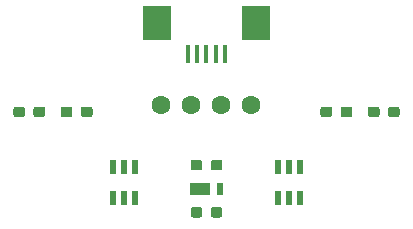
<source format=gts>
G04 #@! TF.GenerationSoftware,KiCad,Pcbnew,(5.1.9-0-10_14)*
G04 #@! TF.CreationDate,2021-07-10T20:50:17+09:00*
G04 #@! TF.ProjectId,TouchSwitch,546f7563-6853-4776-9974-63682e6b6963,V1.0*
G04 #@! TF.SameCoordinates,Original*
G04 #@! TF.FileFunction,Soldermask,Top*
G04 #@! TF.FilePolarity,Negative*
%FSLAX46Y46*%
G04 Gerber Fmt 4.6, Leading zero omitted, Abs format (unit mm)*
G04 Created by KiCad (PCBNEW (5.1.9-0-10_14)) date 2021-07-10 20:50:17*
%MOMM*%
%LPD*%
G01*
G04 APERTURE LIST*
%ADD10R,0.500000X1.300000*%
%ADD11C,1.600000*%
%ADD12R,0.400000X1.600000*%
%ADD13R,2.400000X3.000000*%
%ADD14R,1.800000X1.000000*%
%ADD15R,0.600000X1.000000*%
G04 APERTURE END LIST*
D10*
X7950000Y-16700000D03*
X7000000Y-16700000D03*
X6050000Y-16700000D03*
X6050000Y-19300000D03*
X7950000Y-19300000D03*
X7000000Y-19300000D03*
X-6050000Y-16700000D03*
X-7000000Y-16700000D03*
X-7950000Y-16700000D03*
X-7950000Y-19300000D03*
X-6050000Y-19300000D03*
X-7000000Y-19300000D03*
D11*
X-3810000Y-11430000D03*
X3810000Y-11430000D03*
X1270000Y-11430000D03*
X-1270000Y-11430000D03*
G36*
G01*
X12350000Y-11775000D02*
X12350000Y-12225000D01*
G75*
G02*
X12125000Y-12450000I-225000J0D01*
G01*
X11575000Y-12450000D01*
G75*
G02*
X11350000Y-12225000I0J225000D01*
G01*
X11350000Y-11775000D01*
G75*
G02*
X11575000Y-11550000I225000J0D01*
G01*
X12125000Y-11550000D01*
G75*
G02*
X12350000Y-11775000I0J-225000D01*
G01*
G37*
G36*
G01*
X10650000Y-11775000D02*
X10650000Y-12225000D01*
G75*
G02*
X10425000Y-12450000I-225000J0D01*
G01*
X9875000Y-12450000D01*
G75*
G02*
X9650000Y-12225000I0J225000D01*
G01*
X9650000Y-11775000D01*
G75*
G02*
X9875000Y-11550000I225000J0D01*
G01*
X10425000Y-11550000D01*
G75*
G02*
X10650000Y-11775000I0J-225000D01*
G01*
G37*
G36*
G01*
X-12350000Y-12225000D02*
X-12350000Y-11775000D01*
G75*
G02*
X-12125000Y-11550000I225000J0D01*
G01*
X-11575000Y-11550000D01*
G75*
G02*
X-11350000Y-11775000I0J-225000D01*
G01*
X-11350000Y-12225000D01*
G75*
G02*
X-11575000Y-12450000I-225000J0D01*
G01*
X-12125000Y-12450000D01*
G75*
G02*
X-12350000Y-12225000I0J225000D01*
G01*
G37*
G36*
G01*
X-10650000Y-12225000D02*
X-10650000Y-11775000D01*
G75*
G02*
X-10425000Y-11550000I225000J0D01*
G01*
X-9875000Y-11550000D01*
G75*
G02*
X-9650000Y-11775000I0J-225000D01*
G01*
X-9650000Y-12225000D01*
G75*
G02*
X-9875000Y-12450000I-225000J0D01*
G01*
X-10425000Y-12450000D01*
G75*
G02*
X-10650000Y-12225000I0J225000D01*
G01*
G37*
D12*
X1600000Y-7100000D03*
X800000Y-7100000D03*
X0Y-7100000D03*
X-800000Y-7100000D03*
X-1600000Y-7100000D03*
D13*
X4200000Y-4500000D03*
X-4200000Y-4500000D03*
G36*
G01*
X1350000Y-16275000D02*
X1350000Y-16725000D01*
G75*
G02*
X1125000Y-16950000I-225000J0D01*
G01*
X575000Y-16950000D01*
G75*
G02*
X350000Y-16725000I0J225000D01*
G01*
X350000Y-16275000D01*
G75*
G02*
X575000Y-16050000I225000J0D01*
G01*
X1125000Y-16050000D01*
G75*
G02*
X1350000Y-16275000I0J-225000D01*
G01*
G37*
G36*
G01*
X-350000Y-16275000D02*
X-350000Y-16725000D01*
G75*
G02*
X-575000Y-16950000I-225000J0D01*
G01*
X-1125000Y-16950000D01*
G75*
G02*
X-1350000Y-16725000I0J225000D01*
G01*
X-1350000Y-16275000D01*
G75*
G02*
X-1125000Y-16050000I225000J0D01*
G01*
X-575000Y-16050000D01*
G75*
G02*
X-350000Y-16275000I0J-225000D01*
G01*
G37*
D14*
X-550000Y-18500000D03*
D15*
X1150000Y-18500000D03*
G36*
G01*
X16350000Y-11775000D02*
X16350000Y-12225000D01*
G75*
G02*
X16125000Y-12450000I-225000J0D01*
G01*
X15575000Y-12450000D01*
G75*
G02*
X15350000Y-12225000I0J225000D01*
G01*
X15350000Y-11775000D01*
G75*
G02*
X15575000Y-11550000I225000J0D01*
G01*
X16125000Y-11550000D01*
G75*
G02*
X16350000Y-11775000I0J-225000D01*
G01*
G37*
G36*
G01*
X14650000Y-11775000D02*
X14650000Y-12225000D01*
G75*
G02*
X14425000Y-12450000I-225000J0D01*
G01*
X13875000Y-12450000D01*
G75*
G02*
X13650000Y-12225000I0J225000D01*
G01*
X13650000Y-11775000D01*
G75*
G02*
X13875000Y-11550000I225000J0D01*
G01*
X14425000Y-11550000D01*
G75*
G02*
X14650000Y-11775000I0J-225000D01*
G01*
G37*
G36*
G01*
X-16350000Y-12225000D02*
X-16350000Y-11775000D01*
G75*
G02*
X-16125000Y-11550000I225000J0D01*
G01*
X-15575000Y-11550000D01*
G75*
G02*
X-15350000Y-11775000I0J-225000D01*
G01*
X-15350000Y-12225000D01*
G75*
G02*
X-15575000Y-12450000I-225000J0D01*
G01*
X-16125000Y-12450000D01*
G75*
G02*
X-16350000Y-12225000I0J225000D01*
G01*
G37*
G36*
G01*
X-14650000Y-12225000D02*
X-14650000Y-11775000D01*
G75*
G02*
X-14425000Y-11550000I225000J0D01*
G01*
X-13875000Y-11550000D01*
G75*
G02*
X-13650000Y-11775000I0J-225000D01*
G01*
X-13650000Y-12225000D01*
G75*
G02*
X-13875000Y-12450000I-225000J0D01*
G01*
X-14425000Y-12450000D01*
G75*
G02*
X-14650000Y-12225000I0J225000D01*
G01*
G37*
G36*
G01*
X-1350000Y-20725000D02*
X-1350000Y-20275000D01*
G75*
G02*
X-1125000Y-20050000I225000J0D01*
G01*
X-575000Y-20050000D01*
G75*
G02*
X-350000Y-20275000I0J-225000D01*
G01*
X-350000Y-20725000D01*
G75*
G02*
X-575000Y-20950000I-225000J0D01*
G01*
X-1125000Y-20950000D01*
G75*
G02*
X-1350000Y-20725000I0J225000D01*
G01*
G37*
G36*
G01*
X350000Y-20725000D02*
X350000Y-20275000D01*
G75*
G02*
X575000Y-20050000I225000J0D01*
G01*
X1125000Y-20050000D01*
G75*
G02*
X1350000Y-20275000I0J-225000D01*
G01*
X1350000Y-20725000D01*
G75*
G02*
X1125000Y-20950000I-225000J0D01*
G01*
X575000Y-20950000D01*
G75*
G02*
X350000Y-20725000I0J225000D01*
G01*
G37*
M02*

</source>
